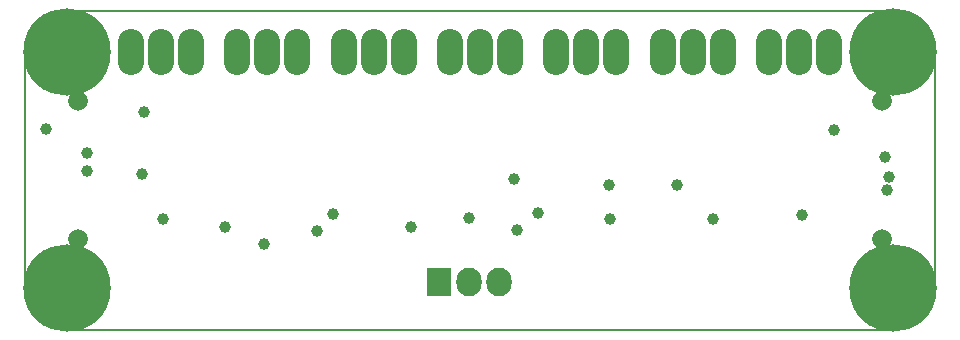
<source format=gbs>
G04 #@! TF.FileFunction,Soldermask,Bot*
%FSLAX46Y46*%
G04 Gerber Fmt 4.6, Leading zero omitted, Abs format (unit mm)*
G04 Created by KiCad (PCBNEW 4.0.2-stable) date 31/05/2016 22:00:56*
%MOMM*%
G01*
G04 APERTURE LIST*
%ADD10C,0.100000*%
%ADD11C,0.150000*%
%ADD12R,2.127200X2.432000*%
%ADD13O,2.127200X2.432000*%
%ADD14C,7.400000*%
%ADD15C,1.670000*%
%ADD16O,2.200860X3.900120*%
%ADD17C,1.000000*%
G04 APERTURE END LIST*
D10*
D11*
X75000000Y28500000D02*
X5000000Y28500000D01*
X5000000Y1500000D02*
X75000000Y1500000D01*
X78500000Y25000000D02*
G75*
G03X75000000Y28500000I-3500000J0D01*
G01*
X75000000Y1500000D02*
G75*
G03X78500000Y5000000I0J3500000D01*
G01*
X78500000Y25000000D02*
X78500000Y5000000D01*
X1500000Y25000000D02*
X1500000Y5000000D01*
X5000000Y28500000D02*
G75*
G03X1500000Y25000000I0J-3500000D01*
G01*
X1500000Y5000000D02*
G75*
G03X5000000Y1500000I3500000J0D01*
G01*
D12*
X36500000Y5500000D03*
D13*
X39040000Y5500000D03*
X41580000Y5500000D03*
D14*
X5000000Y25000000D03*
X75000000Y25000000D03*
X75000000Y5000000D03*
X5000000Y5000000D03*
D15*
X6000000Y9130000D03*
X6000000Y20870000D03*
X74000000Y9130000D03*
X74000000Y20870000D03*
D16*
X10460000Y25000000D03*
X13000000Y25000000D03*
X15540000Y25000000D03*
X19460000Y25000000D03*
X22000000Y25000000D03*
X24540000Y25000000D03*
X28460000Y25000000D03*
X31000000Y25000000D03*
X33540000Y25000000D03*
X37460000Y25000000D03*
X40000000Y25000000D03*
X42540000Y25000000D03*
X46460000Y25000000D03*
X49000000Y25000000D03*
X51540000Y25000000D03*
X55460000Y25000000D03*
X58000000Y25000000D03*
X60540000Y25000000D03*
X64460000Y25000000D03*
X67000000Y25000000D03*
X69540000Y25000000D03*
D17*
X42895400Y14206900D03*
X50939100Y13750000D03*
X56713000Y13750000D03*
X3250000Y18500000D03*
X43176000Y9913100D03*
X34181000Y10205500D03*
X50984000Y10878400D03*
X67300000Y11200000D03*
X59750000Y10893300D03*
X18412000Y10208900D03*
X26167000Y9869200D03*
X69975000Y18416700D03*
X13160000Y10883900D03*
X74493400Y13340700D03*
X27562500Y11250000D03*
X74627100Y14407000D03*
X11398200Y14674400D03*
X6721300Y14937500D03*
X21686400Y8755200D03*
X74261300Y16147500D03*
X11553200Y19914500D03*
X44873500Y11338400D03*
X39062600Y10911700D03*
X6763500Y16478800D03*
M02*

</source>
